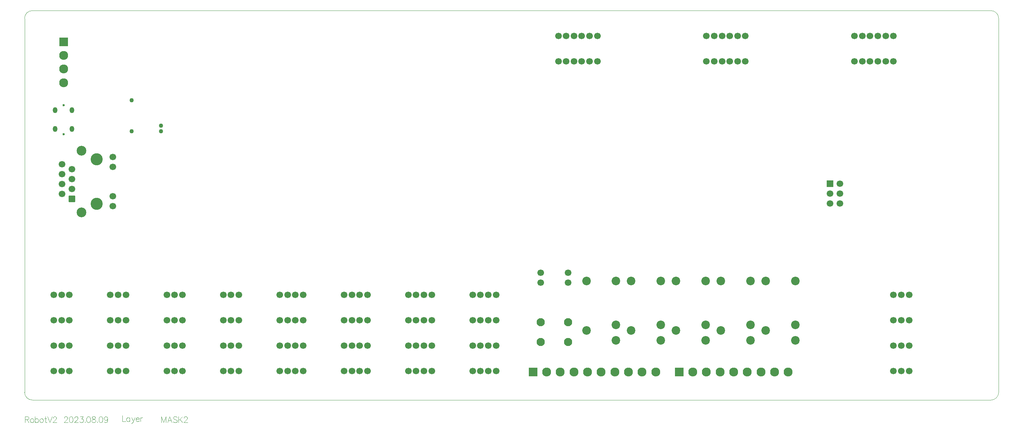
<source format=gbr>
G04*
G04 #@! TF.GenerationSoftware,Altium Limited,Altium Designer,23.8.1 (32)*
G04*
G04 Layer_Color=16711935*
%FSLAX44Y44*%
%MOMM*%
G71*
G04*
G04 #@! TF.SameCoordinates,F21A4230-7023-44C8-9C34-A26C4C793EA4*
G04*
G04*
G04 #@! TF.FilePolarity,Negative*
G04*
G01*
G75*
%ADD21C,0.1000*%
%ADD42R,1.7000X1.7000*%
%ADD54C,1.7000*%
%ADD55C,2.1000*%
%ADD56C,1.1000*%
%ADD57R,2.3000X2.3000*%
%ADD58C,2.3000*%
%ADD59C,2.2000*%
%ADD60C,3.1000*%
G04:AMPARAMS|DCode=61|XSize=1.7mm|YSize=1.7mm|CornerRadius=0.21mm|HoleSize=0mm|Usage=FLASHONLY|Rotation=270.000|XOffset=0mm|YOffset=0mm|HoleType=Round|Shape=RoundedRectangle|*
%AMROUNDEDRECTD61*
21,1,1.7000,1.2800,0,0,270.0*
21,1,1.2800,1.7000,0,0,270.0*
1,1,0.4200,-0.6400,-0.6400*
1,1,0.4200,-0.6400,0.6400*
1,1,0.4200,0.6400,0.6400*
1,1,0.4200,0.6400,-0.6400*
%
%ADD61ROUNDEDRECTD61*%
%ADD62C,2.5000*%
%ADD63R,2.3000X2.3000*%
%ADD64C,0.6000*%
%ADD65O,1.2000X1.5000*%
D21*
X-899000Y-542502D02*
Y-557498D01*
Y-542502D02*
X-893287Y-557498D01*
X-887574Y-542502D02*
X-893287Y-557498D01*
X-887574Y-542502D02*
Y-557498D01*
X-871863D02*
X-877576Y-542502D01*
X-883289Y-557498D01*
X-881147Y-552499D02*
X-874005D01*
X-858366Y-544644D02*
X-859794Y-543216D01*
X-861937Y-542502D01*
X-864793D01*
X-866936Y-543216D01*
X-868364Y-544644D01*
Y-546072D01*
X-867650Y-547500D01*
X-866936Y-548215D01*
X-865507Y-548929D01*
X-861222Y-550357D01*
X-859794Y-551071D01*
X-859080Y-551785D01*
X-858366Y-553214D01*
Y-555356D01*
X-859794Y-556784D01*
X-861937Y-557498D01*
X-864793D01*
X-866936Y-556784D01*
X-868364Y-555356D01*
X-855010Y-542502D02*
Y-557498D01*
X-845012Y-542502D02*
X-855010Y-552499D01*
X-851439Y-548929D02*
X-845012Y-557498D01*
X-840941Y-546072D02*
Y-545358D01*
X-840227Y-543930D01*
X-839513Y-543216D01*
X-838084Y-542502D01*
X-835228D01*
X-833800Y-543216D01*
X-833086Y-543930D01*
X-832372Y-545358D01*
Y-546786D01*
X-833086Y-548215D01*
X-834514Y-550357D01*
X-841655Y-557498D01*
X-831657D01*
X1250000Y480000D02*
G03*
X1230000Y500000I-20000J0D01*
G01*
X1230000Y-500000D02*
G03*
X1250000Y-480000I0J20000D01*
G01*
X-1230000Y500000D02*
G03*
X-1250000Y480000I0J-20000D01*
G01*
X-1249910Y-480090D02*
G03*
X-1230000Y-499910I19910J90D01*
G01*
X1250000Y-480000D02*
Y480000D01*
X-1230000Y500000D02*
X1230000D01*
X-1230000Y-500000D02*
X1230000D01*
X-1249910Y-480090D02*
Y480090D01*
X-1148286Y-546072D02*
Y-545358D01*
X-1147572Y-543930D01*
X-1146858Y-543216D01*
X-1145429Y-542502D01*
X-1142573D01*
X-1141145Y-543216D01*
X-1140430Y-543930D01*
X-1139716Y-545358D01*
Y-546786D01*
X-1140430Y-548215D01*
X-1141859Y-550357D01*
X-1149000Y-557498D01*
X-1139002D01*
X-1131361Y-542502D02*
X-1133503Y-543216D01*
X-1134932Y-545358D01*
X-1135646Y-548929D01*
Y-551071D01*
X-1134932Y-554642D01*
X-1133503Y-556784D01*
X-1131361Y-557498D01*
X-1129933D01*
X-1127790Y-556784D01*
X-1126362Y-554642D01*
X-1125648Y-551071D01*
Y-548929D01*
X-1126362Y-545358D01*
X-1127790Y-543216D01*
X-1129933Y-542502D01*
X-1131361D01*
X-1121577Y-546072D02*
Y-545358D01*
X-1120863Y-543930D01*
X-1120149Y-543216D01*
X-1118721Y-542502D01*
X-1115864D01*
X-1114436Y-543216D01*
X-1113722Y-543930D01*
X-1113008Y-545358D01*
Y-546786D01*
X-1113722Y-548215D01*
X-1115150Y-550357D01*
X-1122291Y-557498D01*
X-1112294D01*
X-1107509Y-542502D02*
X-1099653D01*
X-1103938Y-548215D01*
X-1101796D01*
X-1100368Y-548929D01*
X-1099653Y-549643D01*
X-1098939Y-551785D01*
Y-553214D01*
X-1099653Y-555356D01*
X-1101082Y-556784D01*
X-1103224Y-557498D01*
X-1105367D01*
X-1107509Y-556784D01*
X-1108223Y-556070D01*
X-1108937Y-554642D01*
X-1094869Y-556070D02*
X-1095583Y-556784D01*
X-1094869Y-557498D01*
X-1094155Y-556784D01*
X-1094869Y-556070D01*
X-1086585Y-542502D02*
X-1088727Y-543216D01*
X-1090155Y-545358D01*
X-1090870Y-548929D01*
Y-551071D01*
X-1090155Y-554642D01*
X-1088727Y-556784D01*
X-1086585Y-557498D01*
X-1085157D01*
X-1083014Y-556784D01*
X-1081586Y-554642D01*
X-1080872Y-551071D01*
Y-548929D01*
X-1081586Y-545358D01*
X-1083014Y-543216D01*
X-1085157Y-542502D01*
X-1086585D01*
X-1073945D02*
X-1076087Y-543216D01*
X-1076801Y-544644D01*
Y-546072D01*
X-1076087Y-547500D01*
X-1074659Y-548215D01*
X-1071802Y-548929D01*
X-1069660Y-549643D01*
X-1068232Y-551071D01*
X-1067517Y-552500D01*
Y-554642D01*
X-1068232Y-556070D01*
X-1068946Y-556784D01*
X-1071088Y-557498D01*
X-1073945D01*
X-1076087Y-556784D01*
X-1076801Y-556070D01*
X-1077515Y-554642D01*
Y-552500D01*
X-1076801Y-551071D01*
X-1075373Y-549643D01*
X-1073231Y-548929D01*
X-1070374Y-548215D01*
X-1068946Y-547500D01*
X-1068232Y-546072D01*
Y-544644D01*
X-1068946Y-543216D01*
X-1071088Y-542502D01*
X-1073945D01*
X-1063447Y-556070D02*
X-1064161Y-556784D01*
X-1063447Y-557498D01*
X-1062733Y-556784D01*
X-1063447Y-556070D01*
X-1055163Y-542502D02*
X-1057305Y-543216D01*
X-1058734Y-545358D01*
X-1059448Y-548929D01*
Y-551071D01*
X-1058734Y-554642D01*
X-1057305Y-556784D01*
X-1055163Y-557498D01*
X-1053735D01*
X-1051592Y-556784D01*
X-1050164Y-554642D01*
X-1049450Y-551071D01*
Y-548929D01*
X-1050164Y-545358D01*
X-1051592Y-543216D01*
X-1053735Y-542502D01*
X-1055163D01*
X-1036810Y-547500D02*
X-1037524Y-549643D01*
X-1038952Y-551071D01*
X-1041095Y-551785D01*
X-1041809D01*
X-1043951Y-551071D01*
X-1045379Y-549643D01*
X-1046094Y-547500D01*
Y-546786D01*
X-1045379Y-544644D01*
X-1043951Y-543216D01*
X-1041809Y-542502D01*
X-1041095D01*
X-1038952Y-543216D01*
X-1037524Y-544644D01*
X-1036810Y-547500D01*
Y-551071D01*
X-1037524Y-554642D01*
X-1038952Y-556784D01*
X-1041095Y-557498D01*
X-1042523D01*
X-1044665Y-556784D01*
X-1045379Y-555356D01*
X-1249000Y-542502D02*
Y-557498D01*
Y-542502D02*
X-1242573D01*
X-1240430Y-543216D01*
X-1239716Y-543930D01*
X-1239002Y-545358D01*
Y-546786D01*
X-1239716Y-548215D01*
X-1240430Y-548929D01*
X-1242573Y-549643D01*
X-1249000D01*
X-1244001D02*
X-1239002Y-557498D01*
X-1232075Y-547500D02*
X-1233503Y-548215D01*
X-1234932Y-549643D01*
X-1235646Y-551785D01*
Y-553214D01*
X-1234932Y-555356D01*
X-1233503Y-556784D01*
X-1232075Y-557498D01*
X-1229933D01*
X-1228504Y-556784D01*
X-1227076Y-555356D01*
X-1226362Y-553214D01*
Y-551785D01*
X-1227076Y-549643D01*
X-1228504Y-548215D01*
X-1229933Y-547500D01*
X-1232075D01*
X-1223077Y-542502D02*
Y-557498D01*
Y-549643D02*
X-1221649Y-548215D01*
X-1220220Y-547500D01*
X-1218078D01*
X-1216650Y-548215D01*
X-1215221Y-549643D01*
X-1214507Y-551785D01*
Y-553214D01*
X-1215221Y-555356D01*
X-1216650Y-556784D01*
X-1218078Y-557498D01*
X-1220220D01*
X-1221649Y-556784D01*
X-1223077Y-555356D01*
X-1207723Y-547500D02*
X-1209151Y-548215D01*
X-1210580Y-549643D01*
X-1211294Y-551785D01*
Y-553214D01*
X-1210580Y-555356D01*
X-1209151Y-556784D01*
X-1207723Y-557498D01*
X-1205581D01*
X-1204153Y-556784D01*
X-1202724Y-555356D01*
X-1202010Y-553214D01*
Y-551785D01*
X-1202724Y-549643D01*
X-1204153Y-548215D01*
X-1205581Y-547500D01*
X-1207723D01*
X-1196583Y-542502D02*
Y-554642D01*
X-1195869Y-556784D01*
X-1194440Y-557498D01*
X-1193012D01*
X-1198725Y-547500D02*
X-1193726D01*
X-1190870Y-542502D02*
X-1185156Y-557498D01*
X-1179444Y-542502D02*
X-1185156Y-557498D01*
X-1176801Y-546072D02*
Y-545358D01*
X-1176087Y-543930D01*
X-1175373Y-543216D01*
X-1173945Y-542502D01*
X-1171088D01*
X-1169660Y-543216D01*
X-1168946Y-543930D01*
X-1168232Y-545358D01*
Y-546786D01*
X-1168946Y-548215D01*
X-1170374Y-550357D01*
X-1177515Y-557498D01*
X-1167517D01*
X-999000Y-540002D02*
Y-554999D01*
X-990430D01*
X-980218Y-545001D02*
Y-554999D01*
Y-547144D02*
X-981647Y-545715D01*
X-983075Y-545001D01*
X-985217D01*
X-986646Y-545715D01*
X-988074Y-547144D01*
X-988788Y-549286D01*
Y-550714D01*
X-988074Y-552856D01*
X-986646Y-554285D01*
X-985217Y-554999D01*
X-983075D01*
X-981647Y-554285D01*
X-980218Y-552856D01*
X-975505Y-545001D02*
X-971220Y-554999D01*
X-966936Y-545001D02*
X-971220Y-554999D01*
X-972648Y-557855D01*
X-974077Y-559284D01*
X-975505Y-559998D01*
X-976219D01*
X-964436Y-549286D02*
X-955866D01*
Y-547858D01*
X-956581Y-546429D01*
X-957295Y-545715D01*
X-958723Y-545001D01*
X-960865D01*
X-962294Y-545715D01*
X-963722Y-547144D01*
X-964436Y-549286D01*
Y-550714D01*
X-963722Y-552856D01*
X-962294Y-554285D01*
X-960865Y-554999D01*
X-958723D01*
X-957295Y-554285D01*
X-955866Y-552856D01*
X-952653Y-545001D02*
Y-554999D01*
Y-549286D02*
X-951939Y-547144D01*
X-950510Y-545715D01*
X-949082Y-545001D01*
X-946940D01*
D42*
X817300Y55400D02*
D03*
D54*
X-845000Y-230000D02*
D03*
X-865000D02*
D03*
X-885000D02*
D03*
X-845000Y-295000D02*
D03*
X-865000D02*
D03*
X-885000D02*
D03*
X-845000Y-360000D02*
D03*
X-865000D02*
D03*
X-885000D02*
D03*
X-845000Y-425000D02*
D03*
X-865000D02*
D03*
X-885000D02*
D03*
X-1175000Y-425000D02*
D03*
X-1155000D02*
D03*
X-1135000D02*
D03*
X-1175000Y-360000D02*
D03*
X-1155000D02*
D03*
X-1135000D02*
D03*
X-1175000Y-295000D02*
D03*
X-1155000D02*
D03*
X-1135000D02*
D03*
X-1175000Y-230000D02*
D03*
X-1155000D02*
D03*
X-1135000D02*
D03*
X-700000D02*
D03*
X-720000D02*
D03*
X-740000D02*
D03*
X-700000Y-295000D02*
D03*
X-720000D02*
D03*
X-740000D02*
D03*
X-700000Y-360000D02*
D03*
X-720000D02*
D03*
X-740000D02*
D03*
X-700000Y-425000D02*
D03*
X-720000D02*
D03*
X-740000D02*
D03*
X-1030000D02*
D03*
X-1010000D02*
D03*
X-990000D02*
D03*
X-1030000Y-360000D02*
D03*
X-1010000D02*
D03*
X-990000D02*
D03*
X-1030000Y-295000D02*
D03*
X-1010000D02*
D03*
X-990000D02*
D03*
X-1030000Y-230000D02*
D03*
X-1010000D02*
D03*
X-990000D02*
D03*
X1020000D02*
D03*
X1000000D02*
D03*
X980000D02*
D03*
X1020000Y-295000D02*
D03*
X1000000D02*
D03*
X980000D02*
D03*
X1020000Y-360000D02*
D03*
X1000000D02*
D03*
X980000D02*
D03*
X1020000Y-425000D02*
D03*
X1000000D02*
D03*
X980000D02*
D03*
X842700Y30000D02*
D03*
X817300D02*
D03*
X842700Y4600D02*
D03*
Y55400D02*
D03*
X817300Y4600D02*
D03*
X145000Y-198400D02*
D03*
Y-173000D02*
D03*
X-1153823Y105400D02*
D03*
Y80000D02*
D03*
Y54600D02*
D03*
Y29200D02*
D03*
X-1128423Y41900D02*
D03*
Y67300D02*
D03*
Y92700D02*
D03*
X-1023823Y-2300D02*
D03*
Y23100D02*
D03*
Y98800D02*
D03*
Y124200D02*
D03*
X-100000Y-230000D02*
D03*
X-100000Y-295000D02*
D03*
X-100000Y-360000D02*
D03*
X-100000Y-425000D02*
D03*
X-40000Y-230000D02*
D03*
X-60000D02*
D03*
X-80000D02*
D03*
X-40000Y-295000D02*
D03*
X-60000D02*
D03*
X-80000D02*
D03*
X-40000Y-360000D02*
D03*
X-60000D02*
D03*
X-80000D02*
D03*
X-40000Y-425000D02*
D03*
X-60000D02*
D03*
X-80000D02*
D03*
X600000Y435000D02*
D03*
X600000Y370000D02*
D03*
X560000Y435000D02*
D03*
X540000D02*
D03*
X580000D02*
D03*
X520000D02*
D03*
X560000Y370000D02*
D03*
X540000D02*
D03*
X580000D02*
D03*
X520000D02*
D03*
X500000Y435000D02*
D03*
X500000Y370000D02*
D03*
X980000Y435000D02*
D03*
X980000Y370000D02*
D03*
X940000Y435000D02*
D03*
X920000D02*
D03*
X960000D02*
D03*
X900000D02*
D03*
X940000Y370000D02*
D03*
X920000D02*
D03*
X960000D02*
D03*
X900000D02*
D03*
X880000Y435000D02*
D03*
X880000Y370000D02*
D03*
X120000D02*
D03*
X120000Y435000D02*
D03*
X140000Y370000D02*
D03*
X200000D02*
D03*
X160000D02*
D03*
X180000D02*
D03*
X140000Y435000D02*
D03*
X200000D02*
D03*
X160000D02*
D03*
X180000D02*
D03*
X220000Y370000D02*
D03*
X220000Y435000D02*
D03*
X-595000Y-230000D02*
D03*
X-595000Y-295000D02*
D03*
X-595000Y-360000D02*
D03*
X-595000Y-425000D02*
D03*
X-535000Y-230000D02*
D03*
X-555000D02*
D03*
X-575000D02*
D03*
X-535000Y-295000D02*
D03*
X-555000D02*
D03*
X-575000D02*
D03*
X-535000Y-360000D02*
D03*
X-555000D02*
D03*
X-575000D02*
D03*
X-535000Y-425000D02*
D03*
X-555000D02*
D03*
X-575000D02*
D03*
X-245000D02*
D03*
X-225000D02*
D03*
X-205000D02*
D03*
X-245000Y-360000D02*
D03*
X-225000D02*
D03*
X-205000D02*
D03*
X-245000Y-295000D02*
D03*
X-225000D02*
D03*
X-205000D02*
D03*
X-245000Y-230000D02*
D03*
X-225000D02*
D03*
X-205000D02*
D03*
X-265000Y-425000D02*
D03*
X-265000Y-360000D02*
D03*
X-265000Y-295000D02*
D03*
X-265000Y-230000D02*
D03*
X-430000D02*
D03*
X-430000Y-295000D02*
D03*
X-430000Y-360000D02*
D03*
X-430000Y-425000D02*
D03*
X-370000Y-230000D02*
D03*
X-390000D02*
D03*
X-410000D02*
D03*
X-370000Y-295000D02*
D03*
X-390000D02*
D03*
X-410000D02*
D03*
X-370000Y-360000D02*
D03*
X-390000D02*
D03*
X-410000D02*
D03*
X-370000Y-425000D02*
D03*
X-390000D02*
D03*
X-410000D02*
D03*
X75000Y-173000D02*
D03*
Y-198400D02*
D03*
D55*
X145000Y-350800D02*
D03*
Y-300000D02*
D03*
X75000D02*
D03*
Y-350800D02*
D03*
D56*
X-975000Y190548D02*
D03*
X-900000Y190000D02*
D03*
Y205000D02*
D03*
X-975000Y270000D02*
D03*
D57*
X-1150000Y420000D02*
D03*
D58*
Y385000D02*
D03*
Y350000D02*
D03*
Y315000D02*
D03*
X300000Y-427500D02*
D03*
X90000D02*
D03*
X195000D02*
D03*
X265000D02*
D03*
X370000D02*
D03*
X125000D02*
D03*
X160000D02*
D03*
X230000D02*
D03*
X335000D02*
D03*
X675000D02*
D03*
X465000D02*
D03*
X500000D02*
D03*
X535000D02*
D03*
X570000D02*
D03*
X605000D02*
D03*
X640000D02*
D03*
X710000D02*
D03*
D59*
X652001Y-194001D02*
D03*
X728001Y-306401D02*
D03*
Y-346401D02*
D03*
Y-194001D02*
D03*
X652001Y-321001D02*
D03*
X422001Y-194001D02*
D03*
X498001Y-306401D02*
D03*
Y-346401D02*
D03*
Y-194001D02*
D03*
X422001Y-321001D02*
D03*
X307001D02*
D03*
X383001Y-194001D02*
D03*
Y-346401D02*
D03*
Y-306401D02*
D03*
X307001Y-194001D02*
D03*
X192001Y-321001D02*
D03*
X268001Y-194001D02*
D03*
Y-346401D02*
D03*
Y-306401D02*
D03*
X192001Y-194001D02*
D03*
X537001Y-321001D02*
D03*
X613001Y-194001D02*
D03*
Y-346401D02*
D03*
Y-306401D02*
D03*
X537001Y-194001D02*
D03*
D60*
X-1064923Y118100D02*
D03*
Y3800D02*
D03*
D61*
X-1128423Y16500D02*
D03*
D62*
X-1103823Y-18300D02*
D03*
Y140200D02*
D03*
D63*
X55000Y-427500D02*
D03*
X430000D02*
D03*
D64*
X-1150000Y257500D02*
D03*
Y182500D02*
D03*
D65*
X-1128500Y244000D02*
D03*
X-1171500D02*
D03*
X-1128500Y196000D02*
D03*
X-1171500D02*
D03*
M02*

</source>
